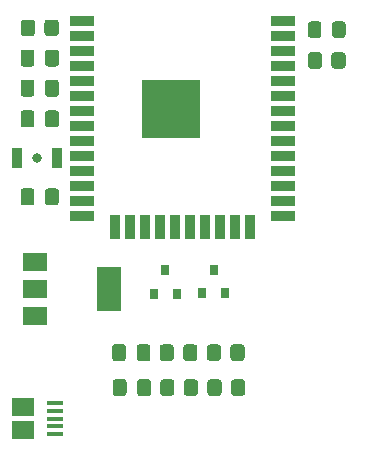
<source format=gtp>
G04 #@! TF.GenerationSoftware,KiCad,Pcbnew,(5.1.9)-1*
G04 #@! TF.CreationDate,2021-01-22T20:27:00+08:00*
G04 #@! TF.ProjectId,esp-break,6573702d-6272-4656-916b-2e6b69636164,rev?*
G04 #@! TF.SameCoordinates,Original*
G04 #@! TF.FileFunction,Paste,Top*
G04 #@! TF.FilePolarity,Positive*
%FSLAX46Y46*%
G04 Gerber Fmt 4.6, Leading zero omitted, Abs format (unit mm)*
G04 Created by KiCad (PCBNEW (5.1.9)-1) date 2021-01-22 20:27:00*
%MOMM*%
%LPD*%
G01*
G04 APERTURE LIST*
%ADD10R,0.900000X1.700000*%
%ADD11C,0.800000*%
%ADD12R,5.000000X5.000000*%
%ADD13R,2.000000X0.900000*%
%ADD14R,0.900000X2.000000*%
%ADD15R,0.800000X0.900000*%
%ADD16R,1.900000X1.500000*%
%ADD17R,1.350000X0.400000*%
%ADD18R,2.000000X3.800000*%
%ADD19R,2.000000X1.500000*%
G04 APERTURE END LIST*
D10*
X105967000Y-70000000D03*
X102567000Y-70000000D03*
D11*
X104267000Y-70000000D03*
D12*
X115575000Y-65870000D03*
D13*
X108075000Y-58370000D03*
X108075000Y-59640000D03*
X108075000Y-60910000D03*
X108075000Y-62180000D03*
X108075000Y-63450000D03*
X108075000Y-64720000D03*
X108075000Y-65990000D03*
X108075000Y-67260000D03*
X108075000Y-68530000D03*
X108075000Y-69800000D03*
X108075000Y-71070000D03*
X108075000Y-72340000D03*
X108075000Y-73610000D03*
X108075000Y-74880000D03*
D14*
X110860000Y-75880000D03*
X112130000Y-75880000D03*
X113400000Y-75880000D03*
X114670000Y-75880000D03*
X115940000Y-75880000D03*
X117210000Y-75880000D03*
X118480000Y-75880000D03*
X119750000Y-75880000D03*
X121020000Y-75880000D03*
X122290000Y-75880000D03*
D13*
X125075000Y-74880000D03*
X125075000Y-73610000D03*
X125075000Y-72340000D03*
X125075000Y-71070000D03*
X125075000Y-69800000D03*
X125075000Y-68530000D03*
X125075000Y-67260000D03*
X125075000Y-65990000D03*
X125075000Y-64720000D03*
X125075000Y-63450000D03*
X125075000Y-62180000D03*
X125075000Y-60910000D03*
X125075000Y-59640000D03*
X125075000Y-58370000D03*
D15*
X115138660Y-79495980D03*
X116088660Y-81495980D03*
X114188660Y-81495980D03*
X118276300Y-81472740D03*
X120176300Y-81472740D03*
X119226300Y-79472740D03*
D16*
X103054900Y-93075000D03*
D17*
X105754900Y-91425000D03*
X105754900Y-90775000D03*
X105754900Y-93375000D03*
X105754900Y-92725000D03*
X105754900Y-92075000D03*
D16*
X103054900Y-91075000D03*
D18*
X110360000Y-81100000D03*
D19*
X104060000Y-81100000D03*
X104060000Y-83400000D03*
X104060000Y-78800000D03*
G36*
G01*
X110675000Y-89925000D02*
X110675000Y-88975000D01*
G75*
G02*
X110925000Y-88725000I250000J0D01*
G01*
X111600000Y-88725000D01*
G75*
G02*
X111850000Y-88975000I0J-250000D01*
G01*
X111850000Y-89925000D01*
G75*
G02*
X111600000Y-90175000I-250000J0D01*
G01*
X110925000Y-90175000D01*
G75*
G02*
X110675000Y-89925000I0J250000D01*
G01*
G37*
G36*
G01*
X112750000Y-89925000D02*
X112750000Y-88975000D01*
G75*
G02*
X113000000Y-88725000I250000J0D01*
G01*
X113675000Y-88725000D01*
G75*
G02*
X113925000Y-88975000I0J-250000D01*
G01*
X113925000Y-89925000D01*
G75*
G02*
X113675000Y-90175000I-250000J0D01*
G01*
X113000000Y-90175000D01*
G75*
G02*
X112750000Y-89925000I0J250000D01*
G01*
G37*
G36*
G01*
X112700000Y-86975000D02*
X112700000Y-86025000D01*
G75*
G02*
X112950000Y-85775000I250000J0D01*
G01*
X113625000Y-85775000D01*
G75*
G02*
X113875000Y-86025000I0J-250000D01*
G01*
X113875000Y-86975000D01*
G75*
G02*
X113625000Y-87225000I-250000J0D01*
G01*
X112950000Y-87225000D01*
G75*
G02*
X112700000Y-86975000I0J250000D01*
G01*
G37*
G36*
G01*
X110625000Y-86975000D02*
X110625000Y-86025000D01*
G75*
G02*
X110875000Y-85775000I250000J0D01*
G01*
X111550000Y-85775000D01*
G75*
G02*
X111800000Y-86025000I0J-250000D01*
G01*
X111800000Y-86975000D01*
G75*
G02*
X111550000Y-87225000I-250000J0D01*
G01*
X110875000Y-87225000D01*
G75*
G02*
X110625000Y-86975000I0J250000D01*
G01*
G37*
G36*
G01*
X106125000Y-63625000D02*
X106125000Y-64575000D01*
G75*
G02*
X105875000Y-64825000I-250000J0D01*
G01*
X105200000Y-64825000D01*
G75*
G02*
X104950000Y-64575000I0J250000D01*
G01*
X104950000Y-63625000D01*
G75*
G02*
X105200000Y-63375000I250000J0D01*
G01*
X105875000Y-63375000D01*
G75*
G02*
X106125000Y-63625000I0J-250000D01*
G01*
G37*
G36*
G01*
X104050000Y-63625000D02*
X104050000Y-64575000D01*
G75*
G02*
X103800000Y-64825000I-250000J0D01*
G01*
X103125000Y-64825000D01*
G75*
G02*
X102875000Y-64575000I0J250000D01*
G01*
X102875000Y-63625000D01*
G75*
G02*
X103125000Y-63375000I250000J0D01*
G01*
X103800000Y-63375000D01*
G75*
G02*
X104050000Y-63625000I0J-250000D01*
G01*
G37*
G36*
G01*
X104050000Y-66225000D02*
X104050000Y-67175000D01*
G75*
G02*
X103800000Y-67425000I-250000J0D01*
G01*
X103125000Y-67425000D01*
G75*
G02*
X102875000Y-67175000I0J250000D01*
G01*
X102875000Y-66225000D01*
G75*
G02*
X103125000Y-65975000I250000J0D01*
G01*
X103800000Y-65975000D01*
G75*
G02*
X104050000Y-66225000I0J-250000D01*
G01*
G37*
G36*
G01*
X106125000Y-66225000D02*
X106125000Y-67175000D01*
G75*
G02*
X105875000Y-67425000I-250000J0D01*
G01*
X105200000Y-67425000D01*
G75*
G02*
X104950000Y-67175000I0J250000D01*
G01*
X104950000Y-66225000D01*
G75*
G02*
X105200000Y-65975000I250000J0D01*
G01*
X105875000Y-65975000D01*
G75*
G02*
X106125000Y-66225000I0J-250000D01*
G01*
G37*
G36*
G01*
X104950000Y-62025000D02*
X104950000Y-61075000D01*
G75*
G02*
X105200000Y-60825000I250000J0D01*
G01*
X105875000Y-60825000D01*
G75*
G02*
X106125000Y-61075000I0J-250000D01*
G01*
X106125000Y-62025000D01*
G75*
G02*
X105875000Y-62275000I-250000J0D01*
G01*
X105200000Y-62275000D01*
G75*
G02*
X104950000Y-62025000I0J250000D01*
G01*
G37*
G36*
G01*
X102875000Y-62025000D02*
X102875000Y-61075000D01*
G75*
G02*
X103125000Y-60825000I250000J0D01*
G01*
X103800000Y-60825000D01*
G75*
G02*
X104050000Y-61075000I0J-250000D01*
G01*
X104050000Y-62025000D01*
G75*
G02*
X103800000Y-62275000I-250000J0D01*
G01*
X103125000Y-62275000D01*
G75*
G02*
X102875000Y-62025000I0J250000D01*
G01*
G37*
G36*
G01*
X102875000Y-73775000D02*
X102875000Y-72825000D01*
G75*
G02*
X103125000Y-72575000I250000J0D01*
G01*
X103800000Y-72575000D01*
G75*
G02*
X104050000Y-72825000I0J-250000D01*
G01*
X104050000Y-73775000D01*
G75*
G02*
X103800000Y-74025000I-250000J0D01*
G01*
X103125000Y-74025000D01*
G75*
G02*
X102875000Y-73775000I0J250000D01*
G01*
G37*
G36*
G01*
X104950000Y-73775000D02*
X104950000Y-72825000D01*
G75*
G02*
X105200000Y-72575000I250000J0D01*
G01*
X105875000Y-72575000D01*
G75*
G02*
X106125000Y-72825000I0J-250000D01*
G01*
X106125000Y-73775000D01*
G75*
G02*
X105875000Y-74025000I-250000J0D01*
G01*
X105200000Y-74025000D01*
G75*
G02*
X104950000Y-73775000I0J250000D01*
G01*
G37*
G36*
G01*
X102900000Y-59450001D02*
X102900000Y-58549999D01*
G75*
G02*
X103149999Y-58300000I249999J0D01*
G01*
X103850001Y-58300000D01*
G75*
G02*
X104100000Y-58549999I0J-249999D01*
G01*
X104100000Y-59450001D01*
G75*
G02*
X103850001Y-59700000I-249999J0D01*
G01*
X103149999Y-59700000D01*
G75*
G02*
X102900000Y-59450001I0J249999D01*
G01*
G37*
G36*
G01*
X104900000Y-59450001D02*
X104900000Y-58549999D01*
G75*
G02*
X105149999Y-58300000I249999J0D01*
G01*
X105850001Y-58300000D01*
G75*
G02*
X106100000Y-58549999I0J-249999D01*
G01*
X106100000Y-59450001D01*
G75*
G02*
X105850001Y-59700000I-249999J0D01*
G01*
X105149999Y-59700000D01*
G75*
G02*
X104900000Y-59450001I0J249999D01*
G01*
G37*
G36*
G01*
X130400000Y-61299999D02*
X130400000Y-62200001D01*
G75*
G02*
X130150001Y-62450000I-249999J0D01*
G01*
X129449999Y-62450000D01*
G75*
G02*
X129200000Y-62200001I0J249999D01*
G01*
X129200000Y-61299999D01*
G75*
G02*
X129449999Y-61050000I249999J0D01*
G01*
X130150001Y-61050000D01*
G75*
G02*
X130400000Y-61299999I0J-249999D01*
G01*
G37*
G36*
G01*
X128400000Y-61299999D02*
X128400000Y-62200001D01*
G75*
G02*
X128150001Y-62450000I-249999J0D01*
G01*
X127449999Y-62450000D01*
G75*
G02*
X127200000Y-62200001I0J249999D01*
G01*
X127200000Y-61299999D01*
G75*
G02*
X127449999Y-61050000I249999J0D01*
G01*
X128150001Y-61050000D01*
G75*
G02*
X128400000Y-61299999I0J-249999D01*
G01*
G37*
G36*
G01*
X116650000Y-86950001D02*
X116650000Y-86049999D01*
G75*
G02*
X116899999Y-85800000I249999J0D01*
G01*
X117600001Y-85800000D01*
G75*
G02*
X117850000Y-86049999I0J-249999D01*
G01*
X117850000Y-86950001D01*
G75*
G02*
X117600001Y-87200000I-249999J0D01*
G01*
X116899999Y-87200000D01*
G75*
G02*
X116650000Y-86950001I0J249999D01*
G01*
G37*
G36*
G01*
X114650000Y-86950001D02*
X114650000Y-86049999D01*
G75*
G02*
X114899999Y-85800000I249999J0D01*
G01*
X115600001Y-85800000D01*
G75*
G02*
X115850000Y-86049999I0J-249999D01*
G01*
X115850000Y-86950001D01*
G75*
G02*
X115600001Y-87200000I-249999J0D01*
G01*
X114899999Y-87200000D01*
G75*
G02*
X114650000Y-86950001I0J249999D01*
G01*
G37*
G36*
G01*
X115900000Y-88999999D02*
X115900000Y-89900001D01*
G75*
G02*
X115650001Y-90150000I-249999J0D01*
G01*
X114949999Y-90150000D01*
G75*
G02*
X114700000Y-89900001I0J249999D01*
G01*
X114700000Y-88999999D01*
G75*
G02*
X114949999Y-88750000I249999J0D01*
G01*
X115650001Y-88750000D01*
G75*
G02*
X115900000Y-88999999I0J-249999D01*
G01*
G37*
G36*
G01*
X117900000Y-88999999D02*
X117900000Y-89900001D01*
G75*
G02*
X117650001Y-90150000I-249999J0D01*
G01*
X116949999Y-90150000D01*
G75*
G02*
X116700000Y-89900001I0J249999D01*
G01*
X116700000Y-88999999D01*
G75*
G02*
X116949999Y-88750000I249999J0D01*
G01*
X117650001Y-88750000D01*
G75*
G02*
X117900000Y-88999999I0J-249999D01*
G01*
G37*
G36*
G01*
X120650000Y-86950001D02*
X120650000Y-86049999D01*
G75*
G02*
X120899999Y-85800000I249999J0D01*
G01*
X121600001Y-85800000D01*
G75*
G02*
X121850000Y-86049999I0J-249999D01*
G01*
X121850000Y-86950001D01*
G75*
G02*
X121600001Y-87200000I-249999J0D01*
G01*
X120899999Y-87200000D01*
G75*
G02*
X120650000Y-86950001I0J249999D01*
G01*
G37*
G36*
G01*
X118650000Y-86950001D02*
X118650000Y-86049999D01*
G75*
G02*
X118899999Y-85800000I249999J0D01*
G01*
X119600001Y-85800000D01*
G75*
G02*
X119850000Y-86049999I0J-249999D01*
G01*
X119850000Y-86950001D01*
G75*
G02*
X119600001Y-87200000I-249999J0D01*
G01*
X118899999Y-87200000D01*
G75*
G02*
X118650000Y-86950001I0J249999D01*
G01*
G37*
G36*
G01*
X118700000Y-89900001D02*
X118700000Y-88999999D01*
G75*
G02*
X118949999Y-88750000I249999J0D01*
G01*
X119650001Y-88750000D01*
G75*
G02*
X119900000Y-88999999I0J-249999D01*
G01*
X119900000Y-89900001D01*
G75*
G02*
X119650001Y-90150000I-249999J0D01*
G01*
X118949999Y-90150000D01*
G75*
G02*
X118700000Y-89900001I0J249999D01*
G01*
G37*
G36*
G01*
X120700000Y-89900001D02*
X120700000Y-88999999D01*
G75*
G02*
X120949999Y-88750000I249999J0D01*
G01*
X121650001Y-88750000D01*
G75*
G02*
X121900000Y-88999999I0J-249999D01*
G01*
X121900000Y-89900001D01*
G75*
G02*
X121650001Y-90150000I-249999J0D01*
G01*
X120949999Y-90150000D01*
G75*
G02*
X120700000Y-89900001I0J249999D01*
G01*
G37*
G36*
G01*
X129250000Y-59600001D02*
X129250000Y-58699999D01*
G75*
G02*
X129499999Y-58450000I249999J0D01*
G01*
X130150001Y-58450000D01*
G75*
G02*
X130400000Y-58699999I0J-249999D01*
G01*
X130400000Y-59600001D01*
G75*
G02*
X130150001Y-59850000I-249999J0D01*
G01*
X129499999Y-59850000D01*
G75*
G02*
X129250000Y-59600001I0J249999D01*
G01*
G37*
G36*
G01*
X127200000Y-59600001D02*
X127200000Y-58699999D01*
G75*
G02*
X127449999Y-58450000I249999J0D01*
G01*
X128100001Y-58450000D01*
G75*
G02*
X128350000Y-58699999I0J-249999D01*
G01*
X128350000Y-59600001D01*
G75*
G02*
X128100001Y-59850000I-249999J0D01*
G01*
X127449999Y-59850000D01*
G75*
G02*
X127200000Y-59600001I0J249999D01*
G01*
G37*
M02*

</source>
